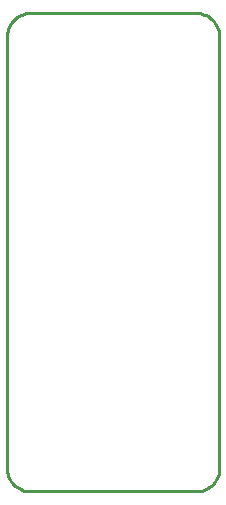
<source format=gko>
G04 EAGLE Gerber RS-274X export*
G75*
%MOMM*%
%FSLAX34Y34*%
%LPD*%
%IN*%
%IPPOS*%
%AMOC8*
5,1,8,0,0,1.08239X$1,22.5*%
G01*
%ADD10C,0.000000*%
%ADD11C,0.254000*%


D10*
X10000Y0D02*
X150000Y0D01*
X170000Y20000D02*
X170000Y385000D01*
X10000Y405000D02*
X9517Y404994D01*
X9034Y404977D01*
X8551Y404947D01*
X8070Y404907D01*
X7589Y404854D01*
X7110Y404790D01*
X6633Y404715D01*
X6157Y404627D01*
X5684Y404529D01*
X5214Y404419D01*
X4746Y404298D01*
X4281Y404165D01*
X3820Y404021D01*
X3362Y403866D01*
X2908Y403700D01*
X2458Y403523D01*
X2013Y403336D01*
X1572Y403137D01*
X1136Y402929D01*
X706Y402709D01*
X280Y402479D01*
X-139Y402239D01*
X-553Y401989D01*
X-960Y401729D01*
X-1361Y401460D01*
X-1756Y401180D01*
X-2143Y400892D01*
X-2524Y400593D01*
X-2897Y400286D01*
X-3262Y399970D01*
X-3620Y399645D01*
X-3970Y399312D01*
X-4312Y398970D01*
X-4645Y398620D01*
X-4970Y398262D01*
X-5286Y397897D01*
X-5593Y397524D01*
X-5892Y397143D01*
X-6180Y396756D01*
X-6460Y396361D01*
X-6729Y395960D01*
X-6989Y395553D01*
X-7239Y395139D01*
X-7479Y394720D01*
X-7709Y394294D01*
X-7929Y393864D01*
X-8137Y393428D01*
X-8336Y392987D01*
X-8523Y392542D01*
X-8700Y392092D01*
X-8866Y391638D01*
X-9021Y391180D01*
X-9165Y390719D01*
X-9298Y390254D01*
X-9419Y389786D01*
X-9529Y389316D01*
X-9627Y388843D01*
X-9715Y388367D01*
X-9790Y387890D01*
X-9854Y387411D01*
X-9907Y386930D01*
X-9947Y386449D01*
X-9977Y385966D01*
X-9994Y385483D01*
X-10000Y385000D01*
X150000Y405000D02*
X150483Y404994D01*
X150966Y404977D01*
X151449Y404947D01*
X151930Y404907D01*
X152411Y404854D01*
X152890Y404790D01*
X153367Y404715D01*
X153843Y404627D01*
X154316Y404529D01*
X154786Y404419D01*
X155254Y404298D01*
X155719Y404165D01*
X156180Y404021D01*
X156638Y403866D01*
X157092Y403700D01*
X157542Y403523D01*
X157987Y403336D01*
X158428Y403137D01*
X158864Y402929D01*
X159294Y402709D01*
X159720Y402479D01*
X160139Y402239D01*
X160553Y401989D01*
X160960Y401729D01*
X161361Y401460D01*
X161756Y401180D01*
X162143Y400892D01*
X162524Y400593D01*
X162897Y400286D01*
X163262Y399970D01*
X163620Y399645D01*
X163970Y399312D01*
X164312Y398970D01*
X164645Y398620D01*
X164970Y398262D01*
X165286Y397897D01*
X165593Y397524D01*
X165892Y397143D01*
X166180Y396756D01*
X166460Y396361D01*
X166729Y395960D01*
X166989Y395553D01*
X167239Y395139D01*
X167479Y394720D01*
X167709Y394294D01*
X167929Y393864D01*
X168137Y393428D01*
X168336Y392987D01*
X168523Y392542D01*
X168700Y392092D01*
X168866Y391638D01*
X169021Y391180D01*
X169165Y390719D01*
X169298Y390254D01*
X169419Y389786D01*
X169529Y389316D01*
X169627Y388843D01*
X169715Y388367D01*
X169790Y387890D01*
X169854Y387411D01*
X169907Y386930D01*
X169947Y386449D01*
X169977Y385966D01*
X169994Y385483D01*
X170000Y385000D01*
X-10000Y20000D02*
X-9994Y19517D01*
X-9977Y19034D01*
X-9947Y18551D01*
X-9907Y18070D01*
X-9854Y17589D01*
X-9790Y17110D01*
X-9715Y16633D01*
X-9627Y16157D01*
X-9529Y15684D01*
X-9419Y15214D01*
X-9298Y14746D01*
X-9165Y14281D01*
X-9021Y13820D01*
X-8866Y13362D01*
X-8700Y12908D01*
X-8523Y12458D01*
X-8336Y12013D01*
X-8137Y11572D01*
X-7929Y11136D01*
X-7709Y10706D01*
X-7479Y10280D01*
X-7239Y9861D01*
X-6989Y9447D01*
X-6729Y9040D01*
X-6460Y8639D01*
X-6180Y8244D01*
X-5892Y7857D01*
X-5593Y7476D01*
X-5286Y7103D01*
X-4970Y6738D01*
X-4645Y6380D01*
X-4312Y6030D01*
X-3970Y5688D01*
X-3620Y5355D01*
X-3262Y5030D01*
X-2897Y4714D01*
X-2524Y4407D01*
X-2143Y4108D01*
X-1756Y3820D01*
X-1361Y3540D01*
X-960Y3271D01*
X-553Y3011D01*
X-139Y2761D01*
X280Y2521D01*
X706Y2291D01*
X1136Y2071D01*
X1572Y1863D01*
X2013Y1664D01*
X2458Y1477D01*
X2908Y1300D01*
X3362Y1134D01*
X3820Y979D01*
X4281Y835D01*
X4746Y702D01*
X5214Y581D01*
X5684Y471D01*
X6157Y373D01*
X6633Y285D01*
X7110Y210D01*
X7589Y146D01*
X8070Y93D01*
X8551Y53D01*
X9034Y23D01*
X9517Y6D01*
X10000Y0D01*
X150000Y0D02*
X150483Y6D01*
X150966Y23D01*
X151449Y53D01*
X151930Y93D01*
X152411Y146D01*
X152890Y210D01*
X153367Y285D01*
X153843Y373D01*
X154316Y471D01*
X154786Y581D01*
X155254Y702D01*
X155719Y835D01*
X156180Y979D01*
X156638Y1134D01*
X157092Y1300D01*
X157542Y1477D01*
X157987Y1664D01*
X158428Y1863D01*
X158864Y2071D01*
X159294Y2291D01*
X159720Y2521D01*
X160139Y2761D01*
X160553Y3011D01*
X160960Y3271D01*
X161361Y3540D01*
X161756Y3820D01*
X162143Y4108D01*
X162524Y4407D01*
X162897Y4714D01*
X163262Y5030D01*
X163620Y5355D01*
X163970Y5688D01*
X164312Y6030D01*
X164645Y6380D01*
X164970Y6738D01*
X165286Y7103D01*
X165593Y7476D01*
X165892Y7857D01*
X166180Y8244D01*
X166460Y8639D01*
X166729Y9040D01*
X166989Y9447D01*
X167239Y9861D01*
X167479Y10280D01*
X167709Y10706D01*
X167929Y11136D01*
X168137Y11572D01*
X168336Y12013D01*
X168523Y12458D01*
X168700Y12908D01*
X168866Y13362D01*
X169021Y13820D01*
X169165Y14281D01*
X169298Y14746D01*
X169419Y15214D01*
X169529Y15684D01*
X169627Y16157D01*
X169715Y16633D01*
X169790Y17110D01*
X169854Y17589D01*
X169907Y18070D01*
X169947Y18551D01*
X169977Y19034D01*
X169994Y19517D01*
X170000Y20000D01*
X-10000Y20000D02*
X-10000Y385000D01*
X10000Y405000D02*
X150000Y405000D01*
D11*
X-10000Y20000D02*
X-9924Y18257D01*
X-9696Y16527D01*
X-9319Y14824D01*
X-8794Y13160D01*
X-8126Y11548D01*
X-7321Y10000D01*
X-6383Y8528D01*
X-5321Y7144D01*
X-4142Y5858D01*
X-2856Y4679D01*
X-1472Y3617D01*
X0Y2679D01*
X1548Y1874D01*
X3160Y1206D01*
X4824Y681D01*
X6527Y304D01*
X8257Y76D01*
X10000Y0D01*
X150000Y0D01*
X151743Y76D01*
X153473Y304D01*
X155176Y681D01*
X156840Y1206D01*
X158452Y1874D01*
X160000Y2680D01*
X161472Y3617D01*
X162856Y4679D01*
X164142Y5858D01*
X165321Y7144D01*
X166383Y8528D01*
X167321Y10000D01*
X168126Y11548D01*
X168794Y13160D01*
X169319Y14824D01*
X169696Y16527D01*
X169924Y18257D01*
X170000Y20000D01*
X170000Y385000D01*
X169924Y386743D01*
X169696Y388473D01*
X169319Y390176D01*
X168794Y391840D01*
X168126Y393452D01*
X167321Y395000D01*
X166383Y396472D01*
X165321Y397856D01*
X164142Y399142D01*
X162856Y400321D01*
X161472Y401383D01*
X160000Y402321D01*
X158452Y403126D01*
X156840Y403794D01*
X155176Y404319D01*
X153473Y404696D01*
X151743Y404924D01*
X150000Y405000D01*
X10000Y405000D01*
X8257Y404924D01*
X6527Y404696D01*
X4824Y404319D01*
X3160Y403794D01*
X1548Y403126D01*
X0Y402320D01*
X-1472Y401383D01*
X-2856Y400321D01*
X-4142Y399142D01*
X-5321Y397856D01*
X-6383Y396472D01*
X-7321Y395000D01*
X-8126Y393452D01*
X-8794Y391840D01*
X-9319Y390176D01*
X-9696Y388473D01*
X-9924Y386743D01*
X-10000Y385000D01*
X-10000Y20000D01*
M02*

</source>
